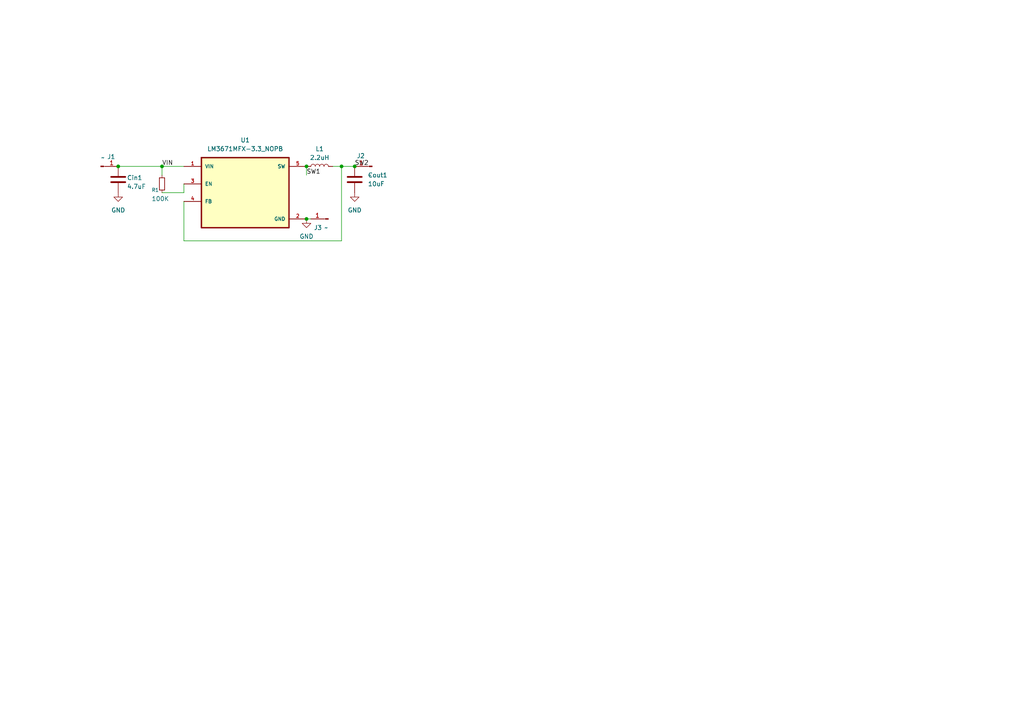
<source format=kicad_sch>
(kicad_sch
	(version 20250114)
	(generator "eeschema")
	(generator_version "9.0")
	(uuid "fe780f8f-33d5-41a0-b763-f0ce14a8020b")
	(paper "A4")
	(lib_symbols
		(symbol "Connector:Conn_01x01_Pin"
			(pin_names
				(offset 1.016)
				(hide yes)
			)
			(exclude_from_sim no)
			(in_bom yes)
			(on_board yes)
			(property "Reference" "J"
				(at 0 2.54 0)
				(effects
					(font
						(size 1.27 1.27)
					)
				)
			)
			(property "Value" "Conn_01x01_Pin"
				(at 0 -2.54 0)
				(effects
					(font
						(size 1.27 1.27)
					)
				)
			)
			(property "Footprint" ""
				(at 0 0 0)
				(effects
					(font
						(size 1.27 1.27)
					)
					(hide yes)
				)
			)
			(property "Datasheet" "~"
				(at 0 0 0)
				(effects
					(font
						(size 1.27 1.27)
					)
					(hide yes)
				)
			)
			(property "Description" "Generic connector, single row, 01x01, script generated"
				(at 0 0 0)
				(effects
					(font
						(size 1.27 1.27)
					)
					(hide yes)
				)
			)
			(property "ki_locked" ""
				(at 0 0 0)
				(effects
					(font
						(size 1.27 1.27)
					)
				)
			)
			(property "ki_keywords" "connector"
				(at 0 0 0)
				(effects
					(font
						(size 1.27 1.27)
					)
					(hide yes)
				)
			)
			(property "ki_fp_filters" "Connector*:*_1x??_*"
				(at 0 0 0)
				(effects
					(font
						(size 1.27 1.27)
					)
					(hide yes)
				)
			)
			(symbol "Conn_01x01_Pin_1_1"
				(rectangle
					(start 0.8636 0.127)
					(end 0 -0.127)
					(stroke
						(width 0.1524)
						(type default)
					)
					(fill
						(type outline)
					)
				)
				(polyline
					(pts
						(xy 1.27 0) (xy 0.8636 0)
					)
					(stroke
						(width 0.1524)
						(type default)
					)
					(fill
						(type none)
					)
				)
				(pin passive line
					(at 5.08 0 180)
					(length 3.81)
					(name "Pin_1"
						(effects
							(font
								(size 1.27 1.27)
							)
						)
					)
					(number "1"
						(effects
							(font
								(size 1.27 1.27)
							)
						)
					)
				)
			)
			(embedded_fonts no)
		)
		(symbol "Device:C"
			(pin_numbers
				(hide yes)
			)
			(pin_names
				(offset 0.254)
			)
			(exclude_from_sim no)
			(in_bom yes)
			(on_board yes)
			(property "Reference" "C"
				(at 0.635 2.54 0)
				(effects
					(font
						(size 1.27 1.27)
					)
					(justify left)
				)
			)
			(property "Value" "C"
				(at 0.635 -2.54 0)
				(effects
					(font
						(size 1.27 1.27)
					)
					(justify left)
				)
			)
			(property "Footprint" ""
				(at 0.9652 -3.81 0)
				(effects
					(font
						(size 1.27 1.27)
					)
					(hide yes)
				)
			)
			(property "Datasheet" "~"
				(at 0 0 0)
				(effects
					(font
						(size 1.27 1.27)
					)
					(hide yes)
				)
			)
			(property "Description" "Unpolarized capacitor"
				(at 0 0 0)
				(effects
					(font
						(size 1.27 1.27)
					)
					(hide yes)
				)
			)
			(property "ki_keywords" "cap capacitor"
				(at 0 0 0)
				(effects
					(font
						(size 1.27 1.27)
					)
					(hide yes)
				)
			)
			(property "ki_fp_filters" "C_*"
				(at 0 0 0)
				(effects
					(font
						(size 1.27 1.27)
					)
					(hide yes)
				)
			)
			(symbol "C_0_1"
				(polyline
					(pts
						(xy -2.032 0.762) (xy 2.032 0.762)
					)
					(stroke
						(width 0.508)
						(type default)
					)
					(fill
						(type none)
					)
				)
				(polyline
					(pts
						(xy -2.032 -0.762) (xy 2.032 -0.762)
					)
					(stroke
						(width 0.508)
						(type default)
					)
					(fill
						(type none)
					)
				)
			)
			(symbol "C_1_1"
				(pin passive line
					(at 0 3.81 270)
					(length 2.794)
					(name "~"
						(effects
							(font
								(size 1.27 1.27)
							)
						)
					)
					(number "1"
						(effects
							(font
								(size 1.27 1.27)
							)
						)
					)
				)
				(pin passive line
					(at 0 -3.81 90)
					(length 2.794)
					(name "~"
						(effects
							(font
								(size 1.27 1.27)
							)
						)
					)
					(number "2"
						(effects
							(font
								(size 1.27 1.27)
							)
						)
					)
				)
			)
			(embedded_fonts no)
		)
		(symbol "Device:L"
			(pin_numbers
				(hide yes)
			)
			(pin_names
				(offset 1.016)
				(hide yes)
			)
			(exclude_from_sim no)
			(in_bom yes)
			(on_board yes)
			(property "Reference" "L"
				(at -1.27 0 90)
				(effects
					(font
						(size 1.27 1.27)
					)
				)
			)
			(property "Value" "L"
				(at 1.905 0 90)
				(effects
					(font
						(size 1.27 1.27)
					)
				)
			)
			(property "Footprint" ""
				(at 0 0 0)
				(effects
					(font
						(size 1.27 1.27)
					)
					(hide yes)
				)
			)
			(property "Datasheet" "~"
				(at 0 0 0)
				(effects
					(font
						(size 1.27 1.27)
					)
					(hide yes)
				)
			)
			(property "Description" "Inductor"
				(at 0 0 0)
				(effects
					(font
						(size 1.27 1.27)
					)
					(hide yes)
				)
			)
			(property "ki_keywords" "inductor choke coil reactor magnetic"
				(at 0 0 0)
				(effects
					(font
						(size 1.27 1.27)
					)
					(hide yes)
				)
			)
			(property "ki_fp_filters" "Choke_* *Coil* Inductor_* L_*"
				(at 0 0 0)
				(effects
					(font
						(size 1.27 1.27)
					)
					(hide yes)
				)
			)
			(symbol "L_0_1"
				(arc
					(start 0 2.54)
					(mid 0.6323 1.905)
					(end 0 1.27)
					(stroke
						(width 0)
						(type default)
					)
					(fill
						(type none)
					)
				)
				(arc
					(start 0 1.27)
					(mid 0.6323 0.635)
					(end 0 0)
					(stroke
						(width 0)
						(type default)
					)
					(fill
						(type none)
					)
				)
				(arc
					(start 0 0)
					(mid 0.6323 -0.635)
					(end 0 -1.27)
					(stroke
						(width 0)
						(type default)
					)
					(fill
						(type none)
					)
				)
				(arc
					(start 0 -1.27)
					(mid 0.6323 -1.905)
					(end 0 -2.54)
					(stroke
						(width 0)
						(type default)
					)
					(fill
						(type none)
					)
				)
			)
			(symbol "L_1_1"
				(pin passive line
					(at 0 3.81 270)
					(length 1.27)
					(name "1"
						(effects
							(font
								(size 1.27 1.27)
							)
						)
					)
					(number "1"
						(effects
							(font
								(size 1.27 1.27)
							)
						)
					)
				)
				(pin passive line
					(at 0 -3.81 90)
					(length 1.27)
					(name "2"
						(effects
							(font
								(size 1.27 1.27)
							)
						)
					)
					(number "2"
						(effects
							(font
								(size 1.27 1.27)
							)
						)
					)
				)
			)
			(embedded_fonts no)
		)
		(symbol "Device:R_Small"
			(pin_numbers
				(hide yes)
			)
			(pin_names
				(offset 0.254)
				(hide yes)
			)
			(exclude_from_sim no)
			(in_bom yes)
			(on_board yes)
			(property "Reference" "R"
				(at 0 0 90)
				(effects
					(font
						(size 1.016 1.016)
					)
				)
			)
			(property "Value" "R_Small"
				(at 1.778 0 90)
				(effects
					(font
						(size 1.27 1.27)
					)
				)
			)
			(property "Footprint" ""
				(at 0 0 0)
				(effects
					(font
						(size 1.27 1.27)
					)
					(hide yes)
				)
			)
			(property "Datasheet" "~"
				(at 0 0 0)
				(effects
					(font
						(size 1.27 1.27)
					)
					(hide yes)
				)
			)
			(property "Description" "Resistor, small symbol"
				(at 0 0 0)
				(effects
					(font
						(size 1.27 1.27)
					)
					(hide yes)
				)
			)
			(property "ki_keywords" "R resistor"
				(at 0 0 0)
				(effects
					(font
						(size 1.27 1.27)
					)
					(hide yes)
				)
			)
			(property "ki_fp_filters" "R_*"
				(at 0 0 0)
				(effects
					(font
						(size 1.27 1.27)
					)
					(hide yes)
				)
			)
			(symbol "R_Small_0_1"
				(rectangle
					(start -0.762 1.778)
					(end 0.762 -1.778)
					(stroke
						(width 0.2032)
						(type default)
					)
					(fill
						(type none)
					)
				)
			)
			(symbol "R_Small_1_1"
				(pin passive line
					(at 0 2.54 270)
					(length 0.762)
					(name "~"
						(effects
							(font
								(size 1.27 1.27)
							)
						)
					)
					(number "1"
						(effects
							(font
								(size 1.27 1.27)
							)
						)
					)
				)
				(pin passive line
					(at 0 -2.54 90)
					(length 0.762)
					(name "~"
						(effects
							(font
								(size 1.27 1.27)
							)
						)
					)
					(number "2"
						(effects
							(font
								(size 1.27 1.27)
							)
						)
					)
				)
			)
			(embedded_fonts no)
		)
		(symbol "Switching_Regulators:LM3671MFX-3.3_NOPB"
			(pin_names
				(offset 1.016)
			)
			(exclude_from_sim no)
			(in_bom yes)
			(on_board yes)
			(property "Reference" "U"
				(at -12.7 11.16 0)
				(effects
					(font
						(size 1.27 1.27)
					)
					(justify left bottom)
				)
			)
			(property "Value" "LM3671MFX-3.3_NOPB"
				(at -12.7 -14.16 0)
				(effects
					(font
						(size 1.27 1.27)
					)
					(justify left bottom)
				)
			)
			(property "Footprint" "LM3671MFX-3.3_NOPB:SOT95P280X145-5N"
				(at 0 0 0)
				(effects
					(font
						(size 1.27 1.27)
					)
					(justify bottom)
					(hide yes)
				)
			)
			(property "Datasheet" ""
				(at 0 0 0)
				(effects
					(font
						(size 1.27 1.27)
					)
					(hide yes)
				)
			)
			(property "Description" ""
				(at 0 0 0)
				(effects
					(font
						(size 1.27 1.27)
					)
					(hide yes)
				)
			)
			(symbol "LM3671MFX-3.3_NOPB_0_0"
				(rectangle
					(start -12.7 -10.16)
					(end 12.7 10.16)
					(stroke
						(width 0.41)
						(type default)
					)
					(fill
						(type background)
					)
				)
				(pin input line
					(at -17.78 7.62 0)
					(length 5.08)
					(name "VIN"
						(effects
							(font
								(size 1.016 1.016)
							)
						)
					)
					(number "1"
						(effects
							(font
								(size 1.016 1.016)
							)
						)
					)
				)
				(pin bidirectional line
					(at -17.78 2.54 0)
					(length 5.08)
					(name "EN"
						(effects
							(font
								(size 1.016 1.016)
							)
						)
					)
					(number "3"
						(effects
							(font
								(size 1.016 1.016)
							)
						)
					)
				)
				(pin bidirectional line
					(at -17.78 -2.54 0)
					(length 5.08)
					(name "FB"
						(effects
							(font
								(size 1.016 1.016)
							)
						)
					)
					(number "4"
						(effects
							(font
								(size 1.016 1.016)
							)
						)
					)
				)
				(pin output line
					(at 17.78 7.62 180)
					(length 5.08)
					(name "SW"
						(effects
							(font
								(size 1.016 1.016)
							)
						)
					)
					(number "5"
						(effects
							(font
								(size 1.016 1.016)
							)
						)
					)
				)
				(pin power_in line
					(at 17.78 -7.62 180)
					(length 5.08)
					(name "GND"
						(effects
							(font
								(size 1.016 1.016)
							)
						)
					)
					(number "2"
						(effects
							(font
								(size 1.016 1.016)
							)
						)
					)
				)
			)
			(embedded_fonts no)
		)
		(symbol "power:GND"
			(power)
			(pin_numbers
				(hide yes)
			)
			(pin_names
				(offset 0)
				(hide yes)
			)
			(exclude_from_sim no)
			(in_bom yes)
			(on_board yes)
			(property "Reference" "#PWR"
				(at 0 -6.35 0)
				(effects
					(font
						(size 1.27 1.27)
					)
					(hide yes)
				)
			)
			(property "Value" "GND"
				(at 0 -3.81 0)
				(effects
					(font
						(size 1.27 1.27)
					)
				)
			)
			(property "Footprint" ""
				(at 0 0 0)
				(effects
					(font
						(size 1.27 1.27)
					)
					(hide yes)
				)
			)
			(property "Datasheet" ""
				(at 0 0 0)
				(effects
					(font
						(size 1.27 1.27)
					)
					(hide yes)
				)
			)
			(property "Description" "Power symbol creates a global label with name \"GND\" , ground"
				(at 0 0 0)
				(effects
					(font
						(size 1.27 1.27)
					)
					(hide yes)
				)
			)
			(property "ki_keywords" "global power"
				(at 0 0 0)
				(effects
					(font
						(size 1.27 1.27)
					)
					(hide yes)
				)
			)
			(symbol "GND_0_1"
				(polyline
					(pts
						(xy 0 0) (xy 0 -1.27) (xy 1.27 -1.27) (xy 0 -2.54) (xy -1.27 -1.27) (xy 0 -1.27)
					)
					(stroke
						(width 0)
						(type default)
					)
					(fill
						(type none)
					)
				)
			)
			(symbol "GND_1_1"
				(pin power_in line
					(at 0 0 270)
					(length 0)
					(name "~"
						(effects
							(font
								(size 1.27 1.27)
							)
						)
					)
					(number "1"
						(effects
							(font
								(size 1.27 1.27)
							)
						)
					)
				)
			)
			(embedded_fonts no)
		)
	)
	(junction
		(at 46.99 48.26)
		(diameter 0)
		(color 0 0 0 0)
		(uuid "23f3a064-b0c3-433b-b710-ee3fcb303b6e")
	)
	(junction
		(at 88.9 63.5)
		(diameter 0)
		(color 0 0 0 0)
		(uuid "382b769d-8b95-4025-8805-1182850dc1f5")
	)
	(junction
		(at 99.06 48.26)
		(diameter 0)
		(color 0 0 0 0)
		(uuid "51b11b24-6512-4712-a61f-47b2862ee59d")
	)
	(junction
		(at 102.87 48.26)
		(diameter 0)
		(color 0 0 0 0)
		(uuid "90c83ee7-826b-4527-81eb-c3f7be806cb9")
	)
	(junction
		(at 88.9 48.26)
		(diameter 0)
		(color 0 0 0 0)
		(uuid "981386a0-9ca1-4e74-a2b5-9aa8b1b2a834")
	)
	(junction
		(at 34.29 48.26)
		(diameter 0)
		(color 0 0 0 0)
		(uuid "d10906f6-f815-42b9-b8e7-bde9f8f01e76")
	)
	(wire
		(pts
			(xy 34.29 48.26) (xy 46.99 48.26)
		)
		(stroke
			(width 0)
			(type default)
		)
		(uuid "0270aa94-b40a-4e06-8571-10bcbcafb594")
	)
	(wire
		(pts
			(xy 46.99 50.8) (xy 46.99 48.26)
		)
		(stroke
			(width 0)
			(type default)
		)
		(uuid "1386fa81-f822-45a8-82b7-29960d3bd6dc")
	)
	(wire
		(pts
			(xy 99.06 69.85) (xy 99.06 48.26)
		)
		(stroke
			(width 0)
			(type default)
		)
		(uuid "13fadf43-7434-47c6-8966-0ce918d5a306")
	)
	(wire
		(pts
			(xy 96.52 48.26) (xy 99.06 48.26)
		)
		(stroke
			(width 0)
			(type default)
		)
		(uuid "150af89a-2ef9-4a8c-9236-355d508d7fd4")
	)
	(wire
		(pts
			(xy 88.9 50.8) (xy 88.9 48.26)
		)
		(stroke
			(width 0)
			(type default)
		)
		(uuid "2597a7b4-7fa0-476f-a2d2-e90ff2fcc121")
	)
	(wire
		(pts
			(xy 53.34 69.85) (xy 99.06 69.85)
		)
		(stroke
			(width 0)
			(type default)
		)
		(uuid "4ffd6ad5-2bd9-4c82-8a3e-dcf6f4e44aa2")
	)
	(wire
		(pts
			(xy 46.99 48.26) (xy 53.34 48.26)
		)
		(stroke
			(width 0)
			(type default)
		)
		(uuid "a251ce37-835a-4f7f-a373-827d18717e3a")
	)
	(wire
		(pts
			(xy 53.34 55.88) (xy 53.34 53.34)
		)
		(stroke
			(width 0)
			(type default)
		)
		(uuid "be08430e-8777-432d-be76-dcda11aee106")
	)
	(wire
		(pts
			(xy 53.34 58.42) (xy 53.34 69.85)
		)
		(stroke
			(width 0)
			(type default)
		)
		(uuid "d1a68eda-cea1-4a94-ab42-ecbd8d648865")
	)
	(wire
		(pts
			(xy 99.06 48.26) (xy 102.87 48.26)
		)
		(stroke
			(width 0)
			(type default)
		)
		(uuid "d9f16fc1-1743-4c4f-a36a-8fdc234c1513")
	)
	(wire
		(pts
			(xy 90.17 63.5) (xy 88.9 63.5)
		)
		(stroke
			(width 0)
			(type default)
		)
		(uuid "edeef3dc-1e5a-410a-90c1-2feb14250971")
	)
	(wire
		(pts
			(xy 46.99 55.88) (xy 53.34 55.88)
		)
		(stroke
			(width 0)
			(type default)
		)
		(uuid "f3e944d1-65c8-4375-be9f-a594abdbe1ce")
	)
	(label "SW2"
		(at 102.87 48.26 0)
		(effects
			(font
				(size 1.27 1.27)
			)
			(justify left bottom)
		)
		(uuid "28ec50c4-7677-45f7-8829-092c9db2bf78")
	)
	(label "VIN"
		(at 46.99 48.26 0)
		(effects
			(font
				(size 1.27 1.27)
			)
			(justify left bottom)
		)
		(uuid "b3c13884-419f-4a29-b68e-6649cde981cf")
	)
	(label "SW1"
		(at 88.9 50.8 0)
		(effects
			(font
				(size 1.27 1.27)
			)
			(justify left bottom)
		)
		(uuid "b9f14ebc-7a66-4eaa-bc19-0824fc7dd8bc")
	)
	(symbol
		(lib_id "Connector:Conn_01x01_Pin")
		(at 95.25 63.5 180)
		(unit 1)
		(exclude_from_sim no)
		(in_bom yes)
		(on_board yes)
		(dnp no)
		(uuid "322969b9-f187-49dd-8ce4-ebfb5d29a3ac")
		(property "Reference" "J3"
			(at 92.202 66.04 0)
			(effects
				(font
					(size 1.27 1.27)
				)
			)
		)
		(property "Value" "~"
			(at 94.615 66.04 0)
			(effects
				(font
					(size 1.27 1.27)
				)
			)
		)
		(property "Footprint" "Connector_PinHeader_2.54mm:PinHeader_1x01_P2.54mm_Vertical"
			(at 95.25 63.5 0)
			(effects
				(font
					(size 1.27 1.27)
				)
				(hide yes)
			)
		)
		(property "Datasheet" "~"
			(at 95.25 63.5 0)
			(effects
				(font
					(size 1.27 1.27)
				)
				(hide yes)
			)
		)
		(property "Description" "Generic connector, single row, 01x01, script generated"
			(at 95.25 63.5 0)
			(effects
				(font
					(size 1.27 1.27)
				)
				(hide yes)
			)
		)
		(pin "1"
			(uuid "ade5d8a6-4e59-4cca-aef5-1489b6b4fb49")
		)
		(instances
			(project "LM3671_Buck_Converter_Module"
				(path "/fe780f8f-33d5-41a0-b763-f0ce14a8020b"
					(reference "J3")
					(unit 1)
				)
			)
		)
	)
	(symbol
		(lib_id "power:GND")
		(at 34.29 55.88 0)
		(unit 1)
		(exclude_from_sim no)
		(in_bom yes)
		(on_board yes)
		(dnp no)
		(fields_autoplaced yes)
		(uuid "40946801-d379-429a-a415-331c0e8545e3")
		(property "Reference" "#PWR03"
			(at 34.29 62.23 0)
			(effects
				(font
					(size 1.27 1.27)
				)
				(hide yes)
			)
		)
		(property "Value" "GND"
			(at 34.29 60.96 0)
			(effects
				(font
					(size 1.27 1.27)
				)
			)
		)
		(property "Footprint" ""
			(at 34.29 55.88 0)
			(effects
				(font
					(size 1.27 1.27)
				)
				(hide yes)
			)
		)
		(property "Datasheet" ""
			(at 34.29 55.88 0)
			(effects
				(font
					(size 1.27 1.27)
				)
				(hide yes)
			)
		)
		(property "Description" "Power symbol creates a global label with name \"GND\" , ground"
			(at 34.29 55.88 0)
			(effects
				(font
					(size 1.27 1.27)
				)
				(hide yes)
			)
		)
		(pin "1"
			(uuid "31d842fa-281b-473f-8445-cf45690acb10")
		)
		(instances
			(project "LM3671_Buck_Converter_Module"
				(path "/fe780f8f-33d5-41a0-b763-f0ce14a8020b"
					(reference "#PWR03")
					(unit 1)
				)
			)
		)
	)
	(symbol
		(lib_id "Device:L")
		(at 92.71 48.26 90)
		(unit 1)
		(exclude_from_sim no)
		(in_bom yes)
		(on_board yes)
		(dnp no)
		(fields_autoplaced yes)
		(uuid "6e9cb394-a359-4c0c-a9a2-28926240d7e2")
		(property "Reference" "L1"
			(at 92.71 43.18 90)
			(effects
				(font
					(size 1.27 1.27)
				)
			)
		)
		(property "Value" "2.2uH"
			(at 92.71 45.72 90)
			(effects
				(font
					(size 1.27 1.27)
				)
			)
		)
		(property "Footprint" "SMD_INDUCTOR:0806(2016 METRIC)_CIGT201610_SAM"
			(at 92.71 48.26 0)
			(effects
				(font
					(size 1.27 1.27)
				)
				(hide yes)
			)
		)
		(property "Datasheet" "~"
			(at 92.71 48.26 0)
			(effects
				(font
					(size 1.27 1.27)
				)
				(hide yes)
			)
		)
		(property "Description" "Inductor"
			(at 92.71 48.26 0)
			(effects
				(font
					(size 1.27 1.27)
				)
				(hide yes)
			)
		)
		(pin "2"
			(uuid "7c3b251c-6158-4453-bbdc-e728212ae7a9")
		)
		(pin "1"
			(uuid "b03410d9-253f-434d-80b4-be36bdb76e9f")
		)
		(instances
			(project ""
				(path "/fe780f8f-33d5-41a0-b763-f0ce14a8020b"
					(reference "L1")
					(unit 1)
				)
			)
		)
	)
	(symbol
		(lib_id "Device:C")
		(at 34.29 52.07 0)
		(unit 1)
		(exclude_from_sim no)
		(in_bom yes)
		(on_board yes)
		(dnp no)
		(uuid "805116c9-1288-48ce-af42-ffbc257a4e46")
		(property "Reference" "Cin1"
			(at 36.83 51.562 0)
			(effects
				(font
					(size 1.27 1.27)
				)
				(justify left)
			)
		)
		(property "Value" "4.7uF"
			(at 36.83 54.102 0)
			(effects
				(font
					(size 1.27 1.27)
				)
				(justify left)
			)
		)
		(property "Footprint" "Capacitor_SMD:C_1206_3216Metric_Pad1.33x1.80mm_HandSolder"
			(at 35.2552 55.88 0)
			(effects
				(font
					(size 1.27 1.27)
				)
				(hide yes)
			)
		)
		(property "Datasheet" "~"
			(at 34.29 52.07 0)
			(effects
				(font
					(size 1.27 1.27)
				)
				(hide yes)
			)
		)
		(property "Description" "Unpolarized capacitor"
			(at 34.29 52.07 0)
			(effects
				(font
					(size 1.27 1.27)
				)
				(hide yes)
			)
		)
		(pin "1"
			(uuid "4a7ac9d3-d9e2-4abe-9d08-e9f40aea9cde")
		)
		(pin "2"
			(uuid "e1926219-beed-45a7-96b5-9364eaa4b01e")
		)
		(instances
			(project ""
				(path "/fe780f8f-33d5-41a0-b763-f0ce14a8020b"
					(reference "Cin1")
					(unit 1)
				)
			)
		)
	)
	(symbol
		(lib_id "Connector:Conn_01x01_Pin")
		(at 29.21 48.26 0)
		(unit 1)
		(exclude_from_sim no)
		(in_bom yes)
		(on_board yes)
		(dnp no)
		(uuid "8078d143-5d46-48f5-9a00-93aa0fcdfd85")
		(property "Reference" "J1"
			(at 32.258 45.466 0)
			(effects
				(font
					(size 1.27 1.27)
				)
			)
		)
		(property "Value" "~"
			(at 29.845 45.72 0)
			(effects
				(font
					(size 1.27 1.27)
				)
			)
		)
		(property "Footprint" "Connector_PinHeader_2.54mm:PinHeader_1x01_P2.54mm_Vertical"
			(at 29.21 48.26 0)
			(effects
				(font
					(size 1.27 1.27)
				)
				(hide yes)
			)
		)
		(property "Datasheet" "~"
			(at 29.21 48.26 0)
			(effects
				(font
					(size 1.27 1.27)
				)
				(hide yes)
			)
		)
		(property "Description" "Generic connector, single row, 01x01, script generated"
			(at 29.21 48.26 0)
			(effects
				(font
					(size 1.27 1.27)
				)
				(hide yes)
			)
		)
		(pin "1"
			(uuid "79be4714-83e2-4b09-920e-3b859319b1ea")
		)
		(instances
			(project ""
				(path "/fe780f8f-33d5-41a0-b763-f0ce14a8020b"
					(reference "J1")
					(unit 1)
				)
			)
		)
	)
	(symbol
		(lib_id "Connector:Conn_01x01_Pin")
		(at 107.95 48.26 180)
		(unit 1)
		(exclude_from_sim no)
		(in_bom yes)
		(on_board yes)
		(dnp no)
		(uuid "89a16e66-690f-446a-92c0-3e831cbe35a2")
		(property "Reference" "J2"
			(at 104.648 45.212 0)
			(effects
				(font
					(size 1.27 1.27)
				)
			)
		)
		(property "Value" "~"
			(at 107.315 50.8 0)
			(effects
				(font
					(size 1.27 1.27)
				)
			)
		)
		(property "Footprint" "Connector_PinHeader_2.54mm:PinHeader_1x01_P2.54mm_Vertical"
			(at 107.95 48.26 0)
			(effects
				(font
					(size 1.27 1.27)
				)
				(hide yes)
			)
		)
		(property "Datasheet" "~"
			(at 107.95 48.26 0)
			(effects
				(font
					(size 1.27 1.27)
				)
				(hide yes)
			)
		)
		(property "Description" "Generic connector, single row, 01x01, script generated"
			(at 107.95 48.26 0)
			(effects
				(font
					(size 1.27 1.27)
				)
				(hide yes)
			)
		)
		(pin "1"
			(uuid "2faba1fe-fdb4-43fb-b717-d44955cfd22c")
		)
		(instances
			(project "LM3671_Buck_Converter_Module"
				(path "/fe780f8f-33d5-41a0-b763-f0ce14a8020b"
					(reference "J2")
					(unit 1)
				)
			)
		)
	)
	(symbol
		(lib_id "Device:C")
		(at 102.87 52.07 0)
		(unit 1)
		(exclude_from_sim no)
		(in_bom yes)
		(on_board yes)
		(dnp no)
		(fields_autoplaced yes)
		(uuid "8bce17f3-9edb-4ec2-a5cb-f2a47a040cc5")
		(property "Reference" "Cout1"
			(at 106.68 50.7999 0)
			(effects
				(font
					(size 1.27 1.27)
				)
				(justify left)
			)
		)
		(property "Value" "10uF"
			(at 106.68 53.3399 0)
			(effects
				(font
					(size 1.27 1.27)
				)
				(justify left)
			)
		)
		(property "Footprint" "Capacitor_SMD:C_1206_3216Metric_Pad1.33x1.80mm_HandSolder"
			(at 103.8352 55.88 0)
			(effects
				(font
					(size 1.27 1.27)
				)
				(hide yes)
			)
		)
		(property "Datasheet" "~"
			(at 102.87 52.07 0)
			(effects
				(font
					(size 1.27 1.27)
				)
				(hide yes)
			)
		)
		(property "Description" "Unpolarized capacitor"
			(at 102.87 52.07 0)
			(effects
				(font
					(size 1.27 1.27)
				)
				(hide yes)
			)
		)
		(pin "1"
			(uuid "630755f3-6913-4e45-8be3-233399c0093f")
		)
		(pin "2"
			(uuid "39343d30-2df3-4777-aa8f-f5b3e26f9bb7")
		)
		(instances
			(project "LM3671_Buck_Converter_Module"
				(path "/fe780f8f-33d5-41a0-b763-f0ce14a8020b"
					(reference "Cout1")
					(unit 1)
				)
			)
		)
	)
	(symbol
		(lib_id "power:GND")
		(at 88.9 63.5 0)
		(unit 1)
		(exclude_from_sim no)
		(in_bom yes)
		(on_board yes)
		(dnp no)
		(fields_autoplaced yes)
		(uuid "8e457815-095a-4d57-8837-a25f3408ec9e")
		(property "Reference" "#PWR01"
			(at 88.9 69.85 0)
			(effects
				(font
					(size 1.27 1.27)
				)
				(hide yes)
			)
		)
		(property "Value" "GND"
			(at 88.9 68.58 0)
			(effects
				(font
					(size 1.27 1.27)
				)
			)
		)
		(property "Footprint" ""
			(at 88.9 63.5 0)
			(effects
				(font
					(size 1.27 1.27)
				)
				(hide yes)
			)
		)
		(property "Datasheet" ""
			(at 88.9 63.5 0)
			(effects
				(font
					(size 1.27 1.27)
				)
				(hide yes)
			)
		)
		(property "Description" "Power symbol creates a global label with name \"GND\" , ground"
			(at 88.9 63.5 0)
			(effects
				(font
					(size 1.27 1.27)
				)
				(hide yes)
			)
		)
		(pin "1"
			(uuid "dbd900ca-4960-4feb-9bfa-ab6ed2896bd3")
		)
		(instances
			(project ""
				(path "/fe780f8f-33d5-41a0-b763-f0ce14a8020b"
					(reference "#PWR01")
					(unit 1)
				)
			)
		)
	)
	(symbol
		(lib_id "Switching_Regulators:LM3671MFX-3.3_NOPB")
		(at 71.12 55.88 0)
		(unit 1)
		(exclude_from_sim no)
		(in_bom yes)
		(on_board yes)
		(dnp no)
		(fields_autoplaced yes)
		(uuid "c50ffaa5-1600-4d95-a4f8-c5b19f350640")
		(property "Reference" "U1"
			(at 71.12 40.64 0)
			(effects
				(font
					(size 1.27 1.27)
				)
			)
		)
		(property "Value" "LM3671MFX-3.3_NOPB"
			(at 71.12 43.18 0)
			(effects
				(font
					(size 1.27 1.27)
				)
			)
		)
		(property "Footprint" "SWITCHING_REGULATORS:LM3671MFX-3.3_NOPB_SOT95P280X145-5N"
			(at 71.12 55.88 0)
			(effects
				(font
					(size 1.27 1.27)
				)
				(justify bottom)
				(hide yes)
			)
		)
		(property "Datasheet" ""
			(at 71.12 55.88 0)
			(effects
				(font
					(size 1.27 1.27)
				)
				(hide yes)
			)
		)
		(property "Description" ""
			(at 71.12 55.88 0)
			(effects
				(font
					(size 1.27 1.27)
				)
				(hide yes)
			)
		)
		(pin "3"
			(uuid "b1ab7a28-1d25-4337-8a12-5394786401a2")
		)
		(pin "1"
			(uuid "be9b57b1-46f7-423c-861e-018f6279de55")
		)
		(pin "2"
			(uuid "7ad52e11-b18b-44ef-a548-673e83ad9890")
		)
		(pin "4"
			(uuid "bd04fcf6-3bdb-4c82-bb2a-1e690b2d2f0d")
		)
		(pin "5"
			(uuid "6aab8c98-e774-42ac-8fc9-9ee4bf7c17ac")
		)
		(instances
			(project ""
				(path "/fe780f8f-33d5-41a0-b763-f0ce14a8020b"
					(reference "U1")
					(unit 1)
				)
			)
		)
	)
	(symbol
		(lib_id "power:GND")
		(at 102.87 55.88 0)
		(unit 1)
		(exclude_from_sim no)
		(in_bom yes)
		(on_board yes)
		(dnp no)
		(fields_autoplaced yes)
		(uuid "d22cacfa-a3d3-41f7-ad59-323bf5a07d60")
		(property "Reference" "#PWR02"
			(at 102.87 62.23 0)
			(effects
				(font
					(size 1.27 1.27)
				)
				(hide yes)
			)
		)
		(property "Value" "GND"
			(at 102.87 60.96 0)
			(effects
				(font
					(size 1.27 1.27)
				)
			)
		)
		(property "Footprint" ""
			(at 102.87 55.88 0)
			(effects
				(font
					(size 1.27 1.27)
				)
				(hide yes)
			)
		)
		(property "Datasheet" ""
			(at 102.87 55.88 0)
			(effects
				(font
					(size 1.27 1.27)
				)
				(hide yes)
			)
		)
		(property "Description" "Power symbol creates a global label with name \"GND\" , ground"
			(at 102.87 55.88 0)
			(effects
				(font
					(size 1.27 1.27)
				)
				(hide yes)
			)
		)
		(pin "1"
			(uuid "d51a4258-9791-4352-857c-2bff76270742")
		)
		(instances
			(project "LM3671_Buck_Converter_Module"
				(path "/fe780f8f-33d5-41a0-b763-f0ce14a8020b"
					(reference "#PWR02")
					(unit 1)
				)
			)
		)
	)
	(symbol
		(lib_id "Device:R_Small")
		(at 46.99 53.34 180)
		(unit 1)
		(exclude_from_sim no)
		(in_bom yes)
		(on_board yes)
		(dnp no)
		(uuid "f3cae6e9-b360-4e5f-ab80-2dfe706b13fa")
		(property "Reference" "R1"
			(at 43.942 55.118 0)
			(effects
				(font
					(size 1.016 1.016)
				)
				(justify right)
			)
		)
		(property "Value" "100K"
			(at 43.942 57.658 0)
			(effects
				(font
					(size 1.27 1.27)
				)
				(justify right)
			)
		)
		(property "Footprint" "Resistor_SMD:R_0603_1608Metric_Pad0.98x0.95mm_HandSolder"
			(at 46.99 53.34 0)
			(effects
				(font
					(size 1.27 1.27)
				)
				(hide yes)
			)
		)
		(property "Datasheet" "~"
			(at 46.99 53.34 0)
			(effects
				(font
					(size 1.27 1.27)
				)
				(hide yes)
			)
		)
		(property "Description" "Resistor, small symbol"
			(at 46.99 53.34 0)
			(effects
				(font
					(size 1.27 1.27)
				)
				(hide yes)
			)
		)
		(pin "2"
			(uuid "ee28efac-5ab9-4779-9abc-7b8c8666dfa2")
		)
		(pin "1"
			(uuid "5cd7afce-46ce-43ef-a29b-f95e9605eea8")
		)
		(instances
			(project ""
				(path "/fe780f8f-33d5-41a0-b763-f0ce14a8020b"
					(reference "R1")
					(unit 1)
				)
			)
		)
	)
	(sheet_instances
		(path "/"
			(page "1")
		)
	)
	(embedded_fonts no)
)

</source>
